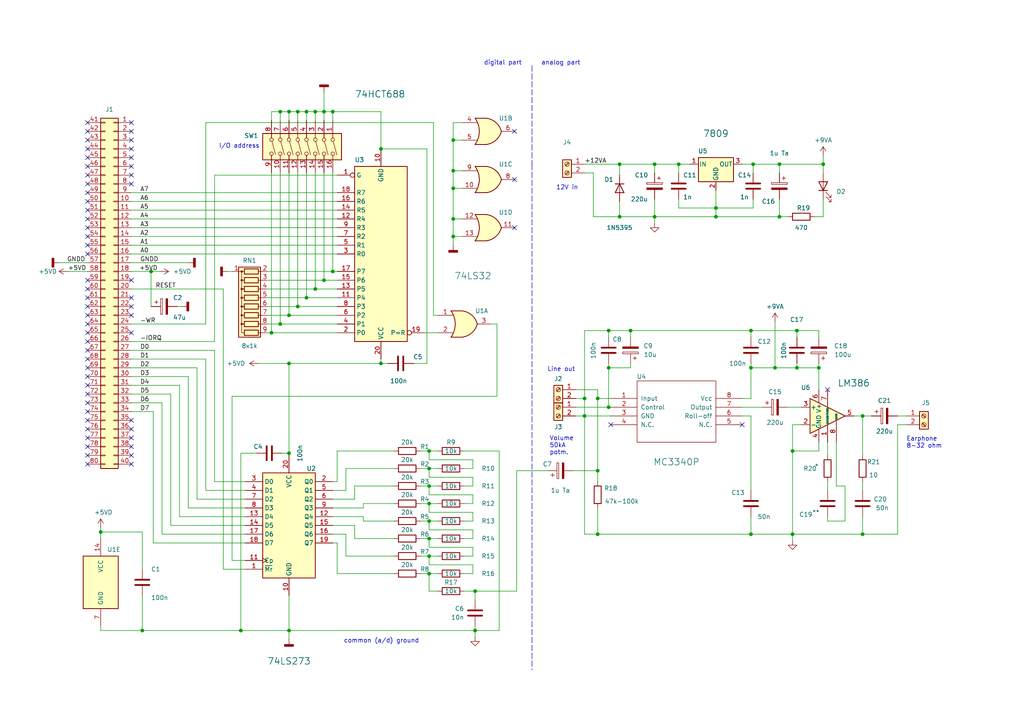
<source format=kicad_sch>
(kicad_sch (version 20211123) (generator eeschema)
  (paper "A4")
  (title_block (title "PCOX - COVOX module") (date "2025-12-27") (rev "1.0") (company "Pozsar Zsolt") (comment 1 "Zacchaeus Microcomputer"))
  (junction (at 229.87 130.81))
  (junction (at 189.865 47.625))
  (junction (at 78.74 96.52))
  (junction (at 207.645 62.865))
  (junction (at 131.445 49.53))
  (junction (at 81.28 32.385))
  (junction (at 137.795 182.88))
  (junction (at 176.53 106.68))
  (junction (at 224.79 106.68))
  (junction (at 110.49 105.41))
  (junction (at 93.98 32.385))
  (junction (at 189.865 62.865))
  (junction (at 250.19 154.94))
  (junction (at 96.52 32.385))
  (junction (at 96.52 78.74))
  (junction (at 124.46 161.29))
  (junction (at 83.82 105.41))
  (junction (at 217.805 95.885))
  (junction (at 131.445 63.5))
  (junction (at 86.36 88.9))
  (junction (at 231.14 95.885))
  (junction (at 43.815 78.74))
  (junction (at 179.705 62.865))
  (junction (at 173.355 136.525))
  (junction (at 69.85 182.88))
  (junction (at 237.49 106.68))
  (junction (at 238.76 47.625))
  (junction (at 81.28 93.98))
  (junction (at 88.9 86.36))
  (junction (at 86.36 32.385))
  (junction (at 110.49 43.18))
  (junction (at 226.06 47.625))
  (junction (at 124.46 140.97))
  (junction (at 88.9 32.385))
  (junction (at 131.445 54.61))
  (junction (at 173.355 115.57))
  (junction (at 169.545 115.57))
  (junction (at 182.88 95.885))
  (junction (at 124.46 130.81))
  (junction (at 217.805 154.94))
  (junction (at 124.46 146.05))
  (junction (at 176.53 118.11))
  (junction (at 83.82 131.445))
  (junction (at 218.44 47.625))
  (junction (at 91.44 32.385))
  (junction (at 250.19 120.65))
  (junction (at 196.85 47.625))
  (junction (at 131.445 40.64))
  (junction (at 93.98 81.28))
  (junction (at 83.82 32.385))
  (junction (at 173.355 154.94))
  (junction (at 176.53 95.885))
  (junction (at 124.46 151.13))
  (junction (at 124.46 135.89))
  (junction (at 124.46 156.21))
  (junction (at 179.705 47.625))
  (junction (at 83.82 91.44))
  (junction (at 169.545 120.65))
  (junction (at 124.46 166.37))
  (junction (at 229.87 154.94))
  (junction (at 41.275 182.88))
  (junction (at 91.44 83.82))
  (junction (at 207.645 60.325))
  (junction (at 131.445 68.58))
  (junction (at 137.795 171.45))
  (junction (at 231.14 106.68))
  (junction (at 226.06 62.865))
  (junction (at 29.21 154.305))
  (junction (at 217.805 106.68))
  (junction (at 83.82 182.88))
  (no_connect (at 25.4 88.9))
  (no_connect (at 149.225 52.07))
  (no_connect (at 25.4 127))
  (no_connect (at 25.4 55.88))
  (no_connect (at 25.4 81.28))
  (no_connect (at 38.1 48.26))
  (no_connect (at 177.165 123.19))
  (no_connect (at 25.4 104.14))
  (no_connect (at 38.1 96.52))
  (no_connect (at 240.03 113.03))
  (no_connect (at 25.4 134.62))
  (no_connect (at 38.1 124.46))
  (no_connect (at 25.4 124.46))
  (no_connect (at 25.4 129.54))
  (no_connect (at 25.4 119.38))
  (no_connect (at 38.1 53.34))
  (no_connect (at 25.4 40.64))
  (no_connect (at 25.4 116.84))
  (no_connect (at 25.4 83.82))
  (no_connect (at 25.4 114.3))
  (no_connect (at 38.1 40.64))
  (no_connect (at 25.4 38.1))
  (no_connect (at 38.1 43.18))
  (no_connect (at 25.4 63.5))
  (no_connect (at 38.1 134.62))
  (no_connect (at 25.4 50.8))
  (no_connect (at 38.1 129.54))
  (no_connect (at 25.4 60.96))
  (no_connect (at 25.4 86.36))
  (no_connect (at 149.225 38.1))
  (no_connect (at 25.4 68.58))
  (no_connect (at 25.4 96.52))
  (no_connect (at 38.1 35.56))
  (no_connect (at 149.225 66.04))
  (no_connect (at 25.4 111.76))
  (no_connect (at 38.1 86.36))
  (no_connect (at 25.4 45.72))
  (no_connect (at 25.4 58.42))
  (no_connect (at 25.4 109.22))
  (no_connect (at 38.1 91.44))
  (no_connect (at 25.4 132.08))
  (no_connect (at 25.4 121.92))
  (no_connect (at 38.1 127))
  (no_connect (at 25.4 43.18))
  (no_connect (at 215.265 123.19))
  (no_connect (at 38.1 38.1))
  (no_connect (at 25.4 106.68))
  (no_connect (at 25.4 101.6))
  (no_connect (at 38.1 88.9))
  (no_connect (at 25.4 53.34))
  (no_connect (at 25.4 99.06))
  (no_connect (at 25.4 73.66))
  (no_connect (at 38.1 45.72))
  (no_connect (at 25.4 35.56))
  (no_connect (at 38.1 81.28))
  (no_connect (at 38.1 132.08))
  (no_connect (at 25.4 91.44))
  (no_connect (at 38.1 50.8))
  (no_connect (at 25.4 71.12))
  (no_connect (at 25.4 93.98))
  (no_connect (at 25.4 66.04))
  (no_connect (at 25.4 48.26))
  (no_connect (at 38.1 121.92))
  (wire (pts (xy 137.16 133.35) (xy 137.16 135.89)))
  (wire (pts (xy 124.46 130.81) (xy 124.46 133.35)))
  (wire (pts (xy 229.87 123.19) (xy 229.87 130.81)))
  (wire (pts (xy 133.985 35.56) (xy 131.445 35.56)))
  (wire (pts (xy 38.1 93.98) (xy 59.69 93.98)))
  (wire (pts (xy 124.46 140.97) (xy 124.46 143.51)))
  (wire (pts (xy 250.19 139.7) (xy 250.19 142.24)))
  (wire (pts (xy 134.62 166.37) (xy 137.16 166.37)))
  (wire (pts (xy 81.28 93.98) (xy 97.79 93.98)))
  (wire (pts (xy 124.46 148.59) (xy 137.16 148.59)))
  (wire (pts (xy 38.1 109.22) (xy 54.61 109.22)))
  (wire (pts (xy 96.52 147.32) (xy 105.41 147.32)))
  (wire (pts (xy 38.1 106.68) (xy 57.15 106.68)))
  (wire (pts (xy 54.61 109.22) (xy 54.61 147.32)))
  (wire (pts (xy 97.79 166.37) (xy 114.3 166.37)))
  (wire (pts (xy 137.16 143.51) (xy 137.16 146.05)))
  (wire (pts (xy 217.805 154.94) (xy 217.805 149.86)))
  (wire (pts (xy 38.1 73.66) (xy 97.79 73.66)))
  (wire (pts (xy 69.85 131.445) (xy 74.295 131.445)))
  (wire (pts (xy 77.47 83.82) (xy 91.44 83.82)))
  (wire (pts (xy 176.53 95.885) (xy 176.53 97.79)))
  (wire (pts (xy 124.46 130.81) (xy 127 130.81)))
  (wire (pts (xy 217.805 154.94) (xy 229.87 154.94)))
  (wire (pts (xy 49.53 114.3) (xy 49.53 152.4)))
  (wire (pts (xy 173.355 154.94) (xy 217.805 154.94)))
  (wire (pts (xy 173.355 136.525) (xy 173.355 139.7)))
  (wire (pts (xy 96.52 152.4) (xy 102.87 152.4)))
  (wire (pts (xy 102.87 140.97) (xy 114.3 140.97)))
  (wire (pts (xy 176.53 95.885) (xy 182.88 95.885)))
  (wire (pts (xy 83.82 91.44) (xy 97.79 91.44)))
  (wire (pts (xy 250.19 154.94) (xy 229.87 154.94)))
  (wire (pts (xy 169.545 95.885) (xy 176.53 95.885)))
  (wire (pts (xy 229.87 154.94) (xy 229.87 156.845)))
  (wire (pts (xy 131.445 68.58) (xy 133.985 68.58)))
  (wire (pts (xy 237.49 97.79) (xy 237.49 95.885)))
  (wire (pts (xy 97.79 139.7) (xy 97.79 130.81)))
  (wire (pts (xy 41.275 182.88) (xy 29.21 182.88)))
  (wire (pts (xy 260.35 120.65) (xy 262.89 120.65)))
  (wire (pts (xy 71.12 154.94) (xy 46.99 154.94)))
  (wire (pts (xy 110.49 32.385) (xy 96.52 32.385)))
  (wire (pts (xy 100.33 142.24) (xy 100.33 135.89)))
  (wire (pts (xy 217.805 120.65) (xy 217.805 142.24)))
  (wire (pts (xy 59.69 104.14) (xy 38.1 104.14)))
  (wire (pts (xy 131.445 63.5) (xy 133.985 63.5)))
  (wire (pts (xy 105.41 149.86) (xy 105.41 151.13)))
  (wire (pts (xy 217.805 95.885) (xy 217.805 97.79)))
  (wire (pts (xy 38.1 55.88) (xy 97.79 55.88)))
  (wire (pts (xy 78.74 32.385) (xy 78.74 34.925)))
  (wire (pts (xy 179.705 58.42) (xy 179.705 62.865)))
  (wire (pts (xy 169.545 115.57) (xy 169.545 120.65)))
  (wire (pts (xy 137.795 171.45) (xy 137.795 173.99)))
  (wire (pts (xy 71.12 149.86) (xy 52.07 149.86)))
  (wire (pts (xy 229.87 130.81) (xy 237.49 130.81)))
  (wire (pts (xy 131.445 49.53) (xy 133.985 49.53)))
  (wire (pts (xy 67.31 114.935) (xy 144.145 114.935)))
  (wire (pts (xy 240.03 128.27) (xy 240.03 132.08)))
  (wire (pts (xy 57.15 144.78) (xy 71.12 144.78)))
  (wire (pts (xy 96.52 32.385) (xy 93.98 32.385)))
  (wire (pts (xy 238.76 62.865) (xy 238.76 57.785)))
  (wire (pts (xy 123.19 96.52) (xy 127 96.52)))
  (wire (pts (xy 77.47 88.9) (xy 86.36 88.9)))
  (wire (pts (xy 124.46 151.13) (xy 124.46 153.67)))
  (wire (pts (xy 134.62 156.21) (xy 137.16 156.21)))
  (wire (pts (xy 124.46 161.29) (xy 124.46 163.83)))
  (wire (pts (xy 182.88 95.885) (xy 217.805 95.885)))
  (wire (pts (xy 196.85 47.625) (xy 200.025 47.625)))
  (wire (pts (xy 215.265 47.625) (xy 218.44 47.625)))
  (wire (pts (xy 237.49 130.81) (xy 237.49 128.27)))
  (wire (pts (xy 167.005 115.57) (xy 169.545 115.57)))
  (wire (pts (xy 78.74 96.52) (xy 97.79 96.52)))
  (wire (pts (xy 231.14 95.885) (xy 231.14 97.79)))
  (wire (pts (xy 215.265 118.11) (xy 220.98 118.11)))
  (wire (pts (xy 226.06 47.625) (xy 226.06 50.165)))
  (wire (pts (xy 173.355 147.32) (xy 173.355 154.94)))
  (wire (pts (xy 240.03 139.7) (xy 240.03 142.24)))
  (wire (pts (xy 131.445 54.61) (xy 131.445 63.5)))
  (wire (pts (xy 176.53 118.11) (xy 177.165 118.11)))
  (wire (pts (xy 62.23 50.8) (xy 97.79 50.8)))
  (wire (pts (xy 59.69 93.98) (xy 59.69 35.56)))
  (wire (pts (xy 124.46 146.05) (xy 127 146.05)))
  (wire (pts (xy 110.49 105.41) (xy 112.395 105.41)))
  (wire (pts (xy 77.47 96.52) (xy 78.74 96.52)))
  (wire (pts (xy 224.79 106.68) (xy 231.14 106.68)))
  (wire (pts (xy 83.82 172.72) (xy 83.82 182.88)))
  (wire (pts (xy 41.275 154.305) (xy 41.275 165.1)))
  (wire (pts (xy 83.82 182.88) (xy 137.795 182.88)))
  (wire (pts (xy 144.78 130.81) (xy 144.78 182.88)))
  (wire (pts (xy 189.865 47.625) (xy 189.865 50.165)))
  (wire (pts (xy 83.82 105.41) (xy 83.82 131.445)))
  (wire (pts (xy 179.705 47.625) (xy 179.705 50.8)))
  (wire (pts (xy 86.36 88.9) (xy 97.79 88.9)))
  (wire (pts (xy 81.915 131.445) (xy 83.82 131.445)))
  (wire (pts (xy 260.35 123.19) (xy 260.35 154.94)))
  (wire (pts (xy 172.085 62.865) (xy 179.705 62.865)))
  (wire (pts (xy 217.805 106.68) (xy 217.805 115.57)))
  (wire (pts (xy 105.41 151.13) (xy 114.3 151.13)))
  (wire (pts (xy 102.87 152.4) (xy 102.87 156.21)))
  (wire (pts (xy 59.69 142.24) (xy 59.69 104.14)))
  (wire (pts (xy 38.1 119.38) (xy 44.45 119.38)))
  (wire (pts (xy 93.98 81.28) (xy 93.98 50.165)))
  (wire (pts (xy 137.16 163.83) (xy 137.16 166.37)))
  (wire (pts (xy 71.12 142.24) (xy 59.69 142.24)))
  (wire (pts (xy 172.085 62.865) (xy 172.085 50.165)))
  (wire (pts (xy 57.15 106.68) (xy 57.15 144.78)))
  (wire (pts (xy 242.57 128.27) (xy 242.57 140.97)))
  (wire (pts (xy 88.9 86.36) (xy 88.9 50.165)))
  (wire (pts (xy 189.865 47.625) (xy 196.85 47.625)))
  (wire (pts (xy 102.87 156.21) (xy 114.3 156.21)))
  (wire (pts (xy 83.82 34.925) (xy 83.82 32.385)))
  (wire (pts (xy 142.24 93.98) (xy 144.145 93.98)))
  (wire (pts (xy 167.005 118.11) (xy 176.53 118.11)))
  (wire (pts (xy 78.74 96.52) (xy 78.74 50.165)))
  (wire (pts (xy 215.265 120.65) (xy 217.805 120.65)))
  (wire (pts (xy 217.805 95.885) (xy 231.14 95.885)))
  (wire (pts (xy 179.705 47.625) (xy 189.865 47.625)))
  (wire (pts (xy 77.47 93.98) (xy 81.28 93.98)))
  (wire (pts (xy 69.85 182.88) (xy 41.275 182.88)))
  (wire (pts (xy 93.98 81.28) (xy 97.79 81.28)))
  (wire (pts (xy 179.705 62.865) (xy 189.865 62.865)))
  (wire (pts (xy 177.165 120.65) (xy 169.545 120.65)))
  (wire (pts (xy 173.355 113.03) (xy 173.355 115.57)))
  (wire (pts (xy 96.52 78.74) (xy 97.79 78.74)))
  (wire (pts (xy 91.44 32.385) (xy 88.9 32.385)))
  (wire (pts (xy 38.1 63.5) (xy 97.79 63.5)))
  (wire (pts (xy 245.11 140.97) (xy 245.11 151.13)))
  (wire (pts (xy 124.46 161.29) (xy 127 161.29)))
  (wire (pts (xy 86.36 32.385) (xy 83.82 32.385)))
  (wire (pts (xy 38.1 66.04) (xy 97.79 66.04)))
  (wire (pts (xy 38.1 58.42) (xy 97.79 58.42)))
  (wire (pts (xy 207.645 55.245) (xy 207.645 60.325)))
  (wire (pts (xy 166.37 136.525) (xy 173.355 136.525)))
  (wire (pts (xy 124.46 166.37) (xy 124.46 171.45)))
  (wire (pts (xy 124.46 143.51) (xy 137.16 143.51)))
  (wire (pts (xy 137.795 182.88) (xy 137.795 184.785)))
  (wire (pts (xy 196.85 57.785) (xy 196.85 60.325)))
  (wire (pts (xy 38.1 68.58) (xy 97.79 68.58)))
  (wire (pts (xy 237.49 106.68) (xy 237.49 105.41)))
  (wire (pts (xy 121.92 146.05) (xy 124.46 146.05)))
  (wire (pts (xy 88.9 86.36) (xy 97.79 86.36)))
  (wire (pts (xy 93.98 34.925) (xy 93.98 32.385)))
  (wire (pts (xy 81.28 93.98) (xy 81.28 50.165)))
  (wire (pts (xy 81.28 32.385) (xy 78.74 32.385)))
  (wire (pts (xy 224.79 93.345) (xy 224.79 106.68)))
  (wire (pts (xy 196.85 47.625) (xy 196.85 50.165)))
  (wire (pts (xy 231.14 106.68) (xy 237.49 106.68)))
  (wire (pts (xy 182.88 106.68) (xy 182.88 105.41)))
  (wire (pts (xy 102.87 144.78) (xy 102.87 140.97)))
  (wire (pts (xy 121.92 130.81) (xy 124.46 130.81)))
  (wire (pts (xy 29.21 182.88) (xy 29.21 181.61)))
  (wire (pts (xy 83.82 131.445) (xy 83.82 132.08)))
  (wire (pts (xy 134.62 135.89) (xy 137.16 135.89)))
  (wire (pts (xy 96.52 34.925) (xy 96.52 32.385)))
  (wire (pts (xy 96.52 154.94) (xy 100.33 154.94)))
  (wire (pts (xy 134.62 146.05) (xy 137.16 146.05)))
  (wire (pts (xy 83.82 182.88) (xy 83.82 185.42)))
  (wire (pts (xy 173.355 115.57) (xy 173.355 136.525)))
  (wire (pts (xy 144.145 93.98) (xy 144.145 114.935)))
  (wire (pts (xy 77.47 86.36) (xy 88.9 86.36)))
  (wire (pts (xy 182.88 97.79) (xy 182.88 95.885)))
  (wire (pts (xy 105.41 146.05) (xy 114.3 146.05)))
  (wire (pts (xy 43.815 78.74) (xy 43.815 88.9)))
  (wire (pts (xy 124.46 156.21) (xy 127 156.21)))
  (wire (pts (xy 238.76 47.625) (xy 238.76 50.165)))
  (wire (pts (xy 59.69 35.56) (xy 125.73 35.56)))
  (wire (pts (xy 29.21 154.305) (xy 29.21 156.21)))
  (wire (pts (xy 52.07 111.76) (xy 38.1 111.76)))
  (wire (pts (xy 218.44 60.325) (xy 218.44 57.785)))
  (wire (pts (xy 247.65 120.65) (xy 250.19 120.65)))
  (wire (pts (xy 236.22 62.865) (xy 238.76 62.865)))
  (wire (pts (xy 134.62 171.45) (xy 137.795 171.45)))
  (wire (pts (xy 217.805 106.68) (xy 224.79 106.68)))
  (wire (pts (xy 137.16 158.75) (xy 137.16 161.29)))
  (wire (pts (xy 91.44 34.925) (xy 91.44 32.385)))
  (wire (pts (xy 124.46 156.21) (xy 124.46 158.75)))
  (wire (pts (xy 41.275 172.72) (xy 41.275 182.88)))
  (wire (pts (xy 237.49 106.68) (xy 237.49 113.03)))
  (wire (pts (xy 38.1 99.06) (xy 62.23 99.06)))
  (wire (pts (xy 77.47 78.74) (xy 96.52 78.74)))
  (wire (pts (xy 245.11 151.13) (xy 240.03 151.13)))
  (wire (pts (xy 240.03 151.13) (xy 240.03 149.86)))
  (wire (pts (xy 124.46 171.45) (xy 127 171.45)))
  (wire (pts (xy 74.93 105.41) (xy 83.82 105.41)))
  (wire (pts (xy 250.19 149.86) (xy 250.19 154.94)))
  (wire (pts (xy 121.92 166.37) (xy 124.46 166.37)))
  (wire (pts (xy 137.795 182.88) (xy 137.795 181.61)))
  (wire (pts (xy 124.46 153.67) (xy 137.16 153.67)))
  (wire (pts (xy 86.36 34.925) (xy 86.36 32.385)))
  (wire (pts (xy 46.99 154.94) (xy 46.99 116.84)))
  (wire (pts (xy 77.47 91.44) (xy 83.82 91.44)))
  (wire (pts (xy 131.445 40.64) (xy 131.445 49.53)))
  (wire (pts (xy 44.45 119.38) (xy 44.45 157.48)))
  (wire (pts (xy 217.805 105.41) (xy 217.805 106.68)))
  (wire (pts (xy 173.355 115.57) (xy 177.165 115.57)))
  (wire (pts (xy 172.085 50.165) (xy 169.545 50.165)))
  (wire (pts (xy 62.23 139.7) (xy 71.12 139.7)))
  (wire (pts (xy 169.545 115.57) (xy 169.545 95.885)))
  (wire (pts (xy 176.53 106.68) (xy 176.53 118.11)))
  (wire (pts (xy 124.46 158.75) (xy 137.16 158.75)))
  (wire (pts (xy 96.52 157.48) (xy 97.79 157.48)))
  (wire (pts (xy 121.92 140.97) (xy 124.46 140.97)))
  (wire (pts (xy 131.445 54.61) (xy 133.985 54.61)))
  (wire (pts (xy 131.445 63.5) (xy 131.445 68.58)))
  (wire (pts (xy 110.49 104.14) (xy 110.49 105.41)))
  (wire (pts (xy 52.705 88.9) (xy 51.435 88.9)))
  (wire (pts (xy 189.865 62.865) (xy 207.645 62.865)))
  (wire (pts (xy 226.06 47.625) (xy 238.76 47.625)))
  (wire (pts (xy 262.89 123.19) (xy 260.35 123.19)))
  (wire (pts (xy 134.62 130.81) (xy 144.78 130.81)))
  (wire (pts (xy 167.005 113.03) (xy 173.355 113.03)))
  (wire (pts (xy 86.36 88.9) (xy 86.36 50.165)))
  (wire (pts (xy 176.53 106.68) (xy 176.53 105.41)))
  (wire (pts (xy 64.77 83.82) (xy 38.1 83.82)))
  (wire (pts (xy 218.44 47.625) (xy 226.06 47.625)))
  (wire (pts (xy 231.14 95.885) (xy 237.49 95.885)))
  (wire (pts (xy 149.86 136.525) (xy 149.86 171.45)))
  (wire (pts (xy 29.21 153.035) (xy 29.21 154.305)))
  (wire (pts (xy 196.85 60.325) (xy 207.645 60.325)))
  (wire (pts (xy 123.825 105.41) (xy 123.825 43.18)))
  (wire (pts (xy 44.45 157.48) (xy 71.12 157.48)))
  (wire (pts (xy 124.46 163.83) (xy 137.16 163.83)))
  (wire (pts (xy 260.35 154.94) (xy 250.19 154.94)))
  (wire (pts (xy 91.44 83.82) (xy 97.79 83.82)))
  (wire (pts (xy 176.53 106.68) (xy 182.88 106.68)))
  (wire (pts (xy 93.98 32.385) (xy 91.44 32.385)))
  (wire (pts (xy 96.52 142.24) (xy 100.33 142.24)))
  (wire (pts (xy 25.4 76.2) (xy 17.145 76.2)))
  (wire (pts (xy 38.1 76.2) (xy 54.61 76.2)))
  (wire (pts (xy 77.47 81.28) (xy 93.98 81.28)))
  (wire (pts (xy 54.61 147.32) (xy 71.12 147.32)))
  (wire (pts (xy 218.44 47.625) (xy 218.44 50.165)))
  (wire (pts (xy 38.1 101.6) (xy 62.23 101.6)))
  (wire (pts (xy 67.31 162.56) (xy 67.31 114.935)))
  (wire (pts (xy 121.92 151.13) (xy 124.46 151.13)))
  (wire (pts (xy 69.85 131.445) (xy 69.85 182.88)))
  (wire (pts (xy 124.46 140.97) (xy 127 140.97)))
  (wire (pts (xy 229.87 154.94) (xy 229.87 130.81)))
  (wire (pts (xy 131.445 40.64) (xy 133.985 40.64)))
  (wire (pts (xy 62.23 99.06) (xy 62.23 50.8)))
  (wire (pts (xy 83.82 91.44) (xy 83.82 50.165)))
  (wire (pts (xy 124.46 146.05) (xy 124.46 148.59)))
  (wire (pts (xy 125.73 91.44) (xy 127 91.44)))
  (wire (pts (xy 29.21 154.305) (xy 41.275 154.305)))
  (wire (pts (xy 149.86 171.45) (xy 137.795 171.45)))
  (wire (pts (xy 69.85 182.88) (xy 83.82 182.88)))
  (wire (pts (xy 83.82 32.385) (xy 81.28 32.385)))
  (wire (pts (xy 105.41 147.32) (xy 105.41 146.05)))
  (wire (pts (xy 124.46 138.43) (xy 137.16 138.43)))
  (wire (pts (xy 121.92 156.21) (xy 124.46 156.21)))
  (wire (pts (xy 207.645 60.325) (xy 207.645 62.865)))
  (wire (pts (xy 232.41 123.19) (xy 229.87 123.19)))
  (wire (pts (xy 124.46 133.35) (xy 137.16 133.35)))
  (wire (pts (xy 110.49 32.385) (xy 110.49 43.18)))
  (polyline (pts (xy 154.305 47.625) (xy 154.305 194.31)))
  (wire (pts (xy 137.16 138.43) (xy 137.16 140.97)))
  (wire (pts (xy 49.53 152.4) (xy 71.12 152.4)))
  (wire (pts (xy 81.28 34.925) (xy 81.28 32.385)))
  (wire (pts (xy 121.92 161.29) (xy 124.46 161.29)))
  (wire (pts (xy 137.16 153.67) (xy 137.16 156.21)))
  (wire (pts (xy 114.3 161.29) (xy 100.33 161.29)))
  (wire (pts (xy 124.46 166.37) (xy 127 166.37)))
  (wire (pts (xy 64.77 165.1) (xy 64.77 83.82)))
  (wire (pts (xy 38.1 114.3) (xy 49.53 114.3)))
  (wire (pts (xy 131.445 68.58) (xy 131.445 71.12)))
  (wire (pts (xy 52.07 149.86) (xy 52.07 111.76)))
  (wire (pts (xy 62.23 101.6) (xy 62.23 139.7)))
  (wire (pts (xy 91.44 83.82) (xy 91.44 50.165)))
  (wire (pts (xy 137.16 151.13) (xy 134.62 151.13)))
  (wire (pts (xy 124.46 135.89) (xy 127 135.89)))
  (wire (pts (xy 120.015 105.41) (xy 123.825 105.41)))
  (wire (pts (xy 66.04 78.74) (xy 67.31 78.74)))
  (wire (pts (xy 242.57 140.97) (xy 245.11 140.97)))
  (wire (pts (xy 238.76 45.085) (xy 238.76 47.625)))
  (wire (pts (xy 100.33 135.89) (xy 114.3 135.89)))
  (wire (pts (xy 88.9 32.385) (xy 86.36 32.385)))
  (wire (pts (xy 167.005 120.65) (xy 169.545 120.65)))
  (wire (pts (xy 137.16 140.97) (xy 134.62 140.97)))
  (polyline (pts (xy 154.305 19.05) (xy 154.305 47.625)))
  (wire (pts (xy 189.865 57.785) (xy 189.865 62.865)))
  (wire (pts (xy 67.31 162.56) (xy 71.12 162.56)))
  (wire (pts (xy 215.265 115.57) (xy 217.805 115.57)))
  (wire (pts (xy 121.92 135.89) (xy 124.46 135.89)))
  (wire (pts (xy 207.645 60.325) (xy 218.44 60.325)))
  (wire (pts (xy 228.6 118.11) (xy 232.41 118.11)))
  (wire (pts (xy 125.73 35.56) (xy 125.73 91.44)))
  (wire (pts (xy 97.79 130.81) (xy 114.3 130.81)))
  (wire (pts (xy 96.52 149.86) (xy 105.41 149.86)))
  (wire (pts (xy 250.19 120.65) (xy 252.73 120.65)))
  (wire (pts (xy 124.46 151.13) (xy 127 151.13)))
  (wire (pts (xy 43.815 78.74) (xy 46.355 78.74)))
  (wire (pts (xy 131.445 35.56) (xy 131.445 40.64)))
  (wire (pts (xy 100.33 161.29) (xy 100.33 154.94)))
  (wire (pts (xy 169.545 120.65) (xy 169.545 154.94)))
  (wire (pts (xy 97.79 157.48) (xy 97.79 166.37)))
  (wire (pts (xy 88.9 34.925) (xy 88.9 32.385)))
  (wire (pts (xy 38.1 78.74) (xy 43.815 78.74)))
  (wire (pts (xy 19.685 78.74) (xy 25.4 78.74)))
  (wire (pts (xy 231.14 105.41) (xy 231.14 106.68)))
  (wire (pts (xy 46.99 116.84) (xy 38.1 116.84)))
  (wire (pts (xy 38.1 71.12) (xy 97.79 71.12)))
  (wire (pts (xy 250.19 120.65) (xy 250.19 132.08)))
  (wire (pts (xy 226.06 62.865) (xy 228.6 62.865)))
  (wire (pts (xy 131.445 49.53) (xy 131.445 54.61)))
  (wire (pts (xy 96.52 78.74) (xy 96.52 50.165)))
  (wire (pts (xy 38.1 60.96) (xy 97.79 60.96)))
  (wire (pts (xy 169.545 154.94) (xy 173.355 154.94)))
  (wire (pts (xy 96.52 144.78) (xy 102.87 144.78)))
  (wire (pts (xy 207.645 62.865) (xy 226.06 62.865)))
  (wire (pts (xy 124.46 135.89) (xy 124.46 138.43)))
  (wire (pts (xy 169.545 47.625) (xy 179.705 47.625)))
  (wire (pts (xy 83.82 105.41) (xy 110.49 105.41)))
  (wire (pts (xy 93.98 32.385) (xy 93.98 26.67)))
  (wire (pts (xy 226.06 57.785) (xy 226.06 62.865)))
  (wire (pts (xy 158.75 136.525) (xy 149.86 136.525)))
  (wire (pts (xy 96.52 139.7) (xy 97.79 139.7)))
  (wire (pts (xy 137.16 161.29) (xy 134.62 161.29)))
  (wire (pts (xy 64.77 165.1) (xy 71.12 165.1)))
  (wire (pts (xy 123.825 43.18) (xy 110.49 43.18)))
  (wire (pts (xy 137.16 148.59) (xy 137.16 151.13)))
  (wire (pts (xy 189.865 62.865) (xy 189.865 64.77)))
  (wire (pts (xy 137.795 182.88) (xy 144.78 182.88)))
  (text "Volume\n50kA\npotm." (at 159.385 132.08 0) (effects (font (size 1.27 1.27)) (justify left bottom)))
  (text "digital part      analog part" (at 140.335 19.05 0) (effects (font (size 1.27 1.27)) (justify left bottom)))
  (text "Line out" (at 158.75 107.95 0) (effects (font (size 1.27 1.27)) (justify left bottom)))
  (text "Earphone\n8-32 ohm" (at 262.89 130.175 0) (effects (font (size 1.27 1.27)) (justify left bottom)))
  (text "12V in" (at 161.29 55.245 0) (effects (font (size 1.27 1.27)) (justify left bottom)))
  (text "I/O address" (at 63.5 43.18 0) (effects (font (size 1.27 1.27)) (justify left bottom)))
  (text "common (a/d) ground" (at 99.695 186.69 0) (effects (font (size 1.27 1.27)) (justify left bottom)))
  (label "+5VD" (at 45.72 78.74 180))
  (label "D1" (at 40.64 104.14 0))
  (label "D5" (at 40.64 114.3 0))
  (label "A5" (at 40.64 60.96 0))
  (label "A2" (at 40.64 68.58 0))
  (label "A4" (at 40.64 63.5 0))
  (label "-IORQ" (at 40.64 99.06 0))
  (label "A7" (at 40.64 55.88 0))
  (label "D0" (at 40.64 101.6 0))
  (label "D2" (at 40.64 106.68 0))
  (label "A3" (at 40.64 66.04 0))
  (label "-WR" (at 40.64 93.98 0))
  (label "GNDD" (at 24.765 76.2 180))
  (label "A1" (at 40.64 71.12 0))
  (label "A0" (at 40.64 73.66 0))
  (label "D7" (at 40.64 119.38 0))
  (label "+12VA" (at 169.545 47.625 0))
  (label "D3" (at 40.64 109.22 0))
  (label "+5VD" (at 19.685 78.74 0))
  (label "D4" (at 40.64 111.76 0))
  (label "GNDD" (at 40.64 76.2 0))
  (label "D6" (at 40.64 116.84 0))
  (label "A6" (at 40.64 58.42 0))
  (label "RESET" (at 45.085 83.82 0))
  (symbol (lib_id "Device:R") (at 130.81 140.97 90) (unit 1)
    (property "Reference" "R11" (at 141.605 140.97 90))
    (property "Value" "10k" (at 130.81 140.97 90))
    (property "Footprint" "Resistor_THT:R_Axial_DIN0207_L6.3mm_D2.5mm_P2.54mm_Vertical" (effects hide))
  )
  (symbol (lib_id "Device:C") (at 41.275 168.91 0) (unit 1)
    (property "Reference" "C1" (at 43.815 165.1 0) (effects (justify left)))
    (property "Value" "100n" (at 43.815 173.355 0) (effects (justify left)))
    (property "Footprint" "Capacitor_THT:C_Disc_D5.0mm_W2.5mm_P5.00mm" (effects hide))
  )
  (symbol (lib_id "Device:C_Polarized") (at 182.88 101.6 180) (unit 1)
    (property "Reference" "C9" (at 187.96 100.33 0))
    (property "Value" "10u" (at 188.595 102.87 0))
    (property "Footprint" "Capacitor_THT:CP_Radial_D5.0mm_P2.50mm" (effects hide))
  )
  (symbol (lib_id "power:GNDD") (at 54.61 76.2 90) (unit 1)
    (property "Reference" "#PWR04" (effects hide))
    (property "Value" "GNDD" (effects hide))
  )
  (symbol (lib_id "Device:C_Polarized") (at 224.79 118.11 90) (mirror x) (unit 1)
    (property "Reference" "C15" (at 224.79 113.665 90))
    (property "Value" "220u" (at 224.79 122.555 90))
    (property "Footprint" "Capacitor_THT:CP_Radial_D8.0mm_P3.80mm" (effects hide))
  )
  (symbol (lib_id "74xx:74LS32") (at 141.605 38.1 0) (unit 2)
    (property "Reference" "U1" (at 146.685 34.29 0))
    (property "Value" "74LS32" (effects hide))
    (property "Footprint" "Package_DIP:DIP-14_W7.62mm_Socket_LongPads" (effects hide))
    (property "Datasheet" "http://www.ti.com/lit/gpn/sn74LS32" (effects hide))
  )
  (symbol (lib_id "74xx:74LS32") (at 141.605 52.07 0) (unit 3)
    (property "Reference" "U1" (at 146.685 47.625 0))
    (property "Value" "74LS32" (effects hide))
    (property "Footprint" "Package_DIP:DIP-14_W7.62mm_Socket_LongPads" (effects hide))
    (property "Datasheet" "http://www.ti.com/lit/gpn/sn74LS32" (effects hide))
  )
  (symbol (lib_id "Device:R") (at 118.11 140.97 270) (mirror x) (unit 1)
    (property "Reference" "R3" (at 123.19 139.7 90))
    (property "Value" "20k" (at 118.11 138.43 90))
    (property "Footprint" "Resistor_THT:R_Axial_DIN0207_L6.3mm_D2.5mm_P2.54mm_Vertical" (effects hide))
  )
  (symbol (lib_id "power:GNDD") (at 17.145 76.2 270) (mirror x) (unit 1)
    (property "Reference" "#PWR0101" (effects hide))
    (property "Value" "GNDD" (effects hide))
  )
  (symbol (lib_id "Device:C_Polarized") (at 256.54 120.65 90) (mirror x) (unit 1)
    (property "Reference" "C21" (at 256.54 116.205 90))
    (property "Value" "220u" (at 256.54 125.095 90))
    (property "Footprint" "Capacitor_THT:CP_Radial_D8.0mm_P3.80mm" (effects hide))
  )
  (symbol (lib_id "Device:C_Polarized") (at 237.49 101.6 180) (unit 1)
    (property "Reference" "C18" (at 243.84 100.33 0))
    (property "Value" "100u" (at 244.475 102.87 0))
    (property "Footprint" "Capacitor_THT:CP_Radial_D8.0mm_P3.80mm" (effects hide))
  )
  (symbol (lib_id "Amplifier_Audio:LM386") (at 240.03 120.65 0) (unit 1)
    (property "Reference" "U6" (at 233.68 112.395 0))
    (property "Value" "LM386" (at 247.65 111.125 0) (effects (font (size 1.905 1.905))))
    (property "Footprint" "Package_DIP:DIP-8_W7.62mm_Socket_LongPads" (effects hide))
    (property "Datasheet" "http://www.ti.com/lit/ds/symlink/lm386.pdf" (effects hide))
  )
  (symbol (lib_id "Device:R") (at 130.81 151.13 90) (unit 1)
    (property "Reference" "R13" (at 141.605 151.13 90))
    (property "Value" "10k" (at 130.81 151.13 90))
    (property "Footprint" "Resistor_THT:R_Axial_DIN0207_L6.3mm_D2.5mm_P2.54mm_Vertical" (effects hide))
  )
  (symbol (lib_id "Device:R") (at 118.11 166.37 270) (mirror x) (unit 1)
    (property "Reference" "R8" (at 123.19 165.1 90))
    (property "Value" "20k" (at 118.11 163.83 90))
    (property "Footprint" "Resistor_THT:R_Axial_DIN0207_L6.3mm_D2.5mm_P2.54mm_Vertical" (effects hide))
  )
  (symbol (lib_id "power:+9VA") (at 238.76 45.085 0) (unit 1)
    (property "Reference" "#PWR014" (effects hide))
    (property "Value" "+9VA" (at 238.76 40.64 0))
  )
  (symbol (lib_id "Device:R") (at 130.81 130.81 90) (unit 1)
    (property "Reference" "R9" (at 130.81 128.27 90))
    (property "Value" "10k" (at 130.81 130.81 90))
    (property "Footprint" "Resistor_THT:R_Axial_DIN0207_L6.3mm_D2.5mm_P2.54mm_Vertical" (effects hide))
  )
  (symbol (lib_id "Device:R") (at 118.11 156.21 270) (mirror x) (unit 1)
    (property "Reference" "R6" (at 123.19 154.94 90))
    (property "Value" "20k" (at 118.11 153.67 90))
    (property "Footprint" "Resistor_THT:R_Axial_DIN0207_L6.3mm_D2.5mm_P2.54mm_Vertical" (effects hide))
  )
  (symbol (lib_id "power:GNDA") (at 137.795 184.785 0) (unit 1)
    (property "Reference" "#PWR010" (effects hide))
    (property "Value" "GNDA" (effects hide))
  )
  (symbol (lib_id "power:GNDD") (at 66.04 78.74 270) (unit 1)
    (property "Reference" "#PWR05" (effects hide))
    (property "Value" "GNDD" (effects hide))
  )
  (symbol (lib_id "74xx:74LS32") (at 141.605 66.04 0) (unit 4)
    (property "Reference" "U1" (at 146.685 61.595 0))
    (property "Value" "74LS32" (effects hide))
    (property "Footprint" "Package_DIP:DIP-14_W7.62mm_Socket_LongPads" (effects hide))
    (property "Datasheet" "http://www.ti.com/lit/gpn/sn74LS32" (effects hide))
  )
  (symbol (lib_id "Device:R") (at 130.81 156.21 90) (unit 1)
    (property "Reference" "R14" (at 141.605 156.21 90))
    (property "Value" "10k" (at 130.81 156.21 90))
    (property "Footprint" "Resistor_THT:R_Axial_DIN0207_L6.3mm_D2.5mm_P2.54mm_Vertical" (effects hide))
  )
  (symbol (lib_id "Device:R") (at 130.81 146.05 90) (unit 1)
    (property "Reference" "R12" (at 141.605 146.05 90))
    (property "Value" "10k" (at 130.81 146.05 90))
    (property "Footprint" "Resistor_THT:R_Axial_DIN0207_L6.3mm_D2.5mm_P2.54mm_Vertical" (effects hide))
  )
  (symbol (lib_id "Switch:SW_DIP_x08") (at 86.36 42.545 270) (unit 1)
    (property "Reference" "SW1" (at 74.93 39.37 90) (effects (justify right)))
    (property "Value" "SW_DIP_x08" (effects hide))
    (property "Footprint" "Package_DIP:DIP-16_W7.62mm_LongPads" (effects hide))
  )
  (symbol (lib_id "power:+5VD") (at 29.21 153.035 0) (unit 1)
    (property "Reference" "#PWR01" (effects hide))
    (property "Value" "+5VD" (at 27.305 148.59 0) (effects (justify left)))
  )
  (symbol (lib_id "Device:R") (at 118.11 135.89 270) (mirror x) (unit 1)
    (property "Reference" "R2" (at 123.19 134.62 90))
    (property "Value" "20k" (at 118.11 133.35 90))
    (property "Footprint" "Resistor_THT:R_Axial_DIN0207_L6.3mm_D2.5mm_P2.54mm_Vertical" (effects hide))
  )
  (symbol (lib_id "Device:R") (at 130.81 135.89 90) (unit 1)
    (property "Reference" "R10" (at 141.605 135.89 90))
    (property "Value" "10k" (at 130.81 135.89 90))
    (property "Footprint" "Resistor_THT:R_Axial_DIN0207_L6.3mm_D2.5mm_P2.54mm_Vertical" (effects hide))
  )
  (symbol (lib_id "Device:C") (at 116.205 105.41 90) (unit 1)
    (property "Reference" "C5" (at 122.555 103.505 90) (effects (justify left)))
    (property "Value" "100n" (at 118.11 110.49 90) (effects (justify left)))
    (property "Footprint" "Capacitor_THT:C_Disc_D5.0mm_W2.5mm_P5.00mm" (effects hide))
  )
  (symbol (lib_id "power:+9VA") (at 224.79 93.345 0) (unit 1)
    (property "Reference" "#PWR012" (effects hide))
    (property "Value" "+9VA" (at 224.79 88.9 0))
  )
  (symbol (lib_id "power:GNDD") (at 52.705 88.9 90) (unit 1)
    (property "Reference" "#PWR03" (effects hide))
    (property "Value" "GNDD" (effects hide))
  )
  (symbol (lib_id "74xx:74LS32") (at 134.62 93.98 0) (unit 1)
    (property "Reference" "U1" (at 139.7 90.17 0))
    (property "Value" "74LS32" (at 137.16 80.01 0) (effects (font (size 1.905 1.905))))
    (property "Footprint" "Package_DIP:DIP-14_W7.62mm_Socket_LongPads" (effects hide))
    (property "Datasheet" "http://www.ti.com/lit/gpn/sn74LS32" (effects hide))
  )
  (symbol (lib_id "Connector:Screw_Terminal_01x02") (at 161.925 118.11 0) (mirror y) (unit 1)
    (property "Reference" "J3" (at 161.925 123.825 0))
    (property "Value" "Screw_Terminal_01x02" (effects hide))
    (property "Footprint" "TerminalBlock:TerminalBlock_bornier-2_P5.08mm" (effects hide))
  )
  (symbol (lib_id "74xx:74HCT688") (at 110.49 73.66 0) (mirror x) (unit 1)
    (property "Reference" "U3" (at 102.87 46.355 0) (effects (justify left)))
    (property "Value" "74HCT688" (at 102.87 27.305 0) (effects (font (size 1.905 1.905)) (justify left)))
    (property "Footprint" "Package_DIP:DIP-20_W7.62mm_Socket_LongPads" (effects hide))
    (property "Datasheet" "https://www.ti.com/lit/ds/symlink/cd54hc688.pdf" (effects hide))
  )
  (symbol (lib_id "Connector:Screw_Terminal_01x02") (at 267.97 120.65 0) (unit 1)
    (property "Reference" "J5" (at 267.335 116.84 0) (effects (justify left)))
    (property "Value" "Screw_Terminal_01x02" (effects hide))
    (property "Footprint" "TerminalBlock:TerminalBlock_bornier-2_P5.08mm" (effects hide))
  )
  (symbol (lib_id "Device:C") (at 217.805 101.6 0) (mirror x) (unit 1)
    (property "Reference" "C12" (at 219.71 99.06 0) (effects (justify left)))
    (property "Value" "100n" (at 211.455 105.41 0) (effects (justify left)))
    (property "Footprint" "Capacitor_THT:C_Disc_D5.0mm_W2.5mm_P5.00mm" (effects hide))
  )
  (symbol (lib_id "Connector:Screw_Terminal_01x02") (at 164.465 47.625 0) (mirror y) (unit 1)
    (property "Reference" "J4" (at 164.465 41.275 0))
    (property "Value" "Screw_Terminal_01x02" (effects hide))
    (property "Footprint" "TerminalBlock:TerminalBlock_bornier-2_P5.08mm" (effects hide))
  )
  (symbol (lib_id "Connector:Screw_Terminal_01x02") (at 161.925 113.03 0) (mirror y) (unit 1)
    (property "Reference" "J2" (at 161.925 109.855 0))
    (property "Value" "Screw_Terminal_01x02" (effects hide))
    (property "Footprint" "TerminalBlock:TerminalBlock_bornier-2_P5.08mm" (effects hide))
  )
  (symbol (lib_id "power:+5VD") (at 46.355 78.74 270) (unit 1)
    (property "Reference" "#PWR02" (effects hide))
    (property "Value" "+5VD" (at 50.165 78.7399 90) (effects (justify left)))
  )
  (symbol (lib_id "power:GNDD") (at 83.82 185.42 0) (mirror y) (unit 1)
    (property "Reference" "#PWR07" (effects hide))
    (property "Value" "GNDD" (effects hide))
  )
  (symbol (lib_id "Device:LED") (at 238.76 53.975 90) (unit 1)
    (property "Reference" "D2" (at 242.57 55.5624 90) (effects (justify right)))
    (property "Value" "LED" (effects hide))
    (property "Footprint" "LED_THT:LED_Rectangular_W5.0mm_H2.0mm_Horizontal_O1.27mm_Z1.0mm" (effects hide))
  )
  (symbol (lib_id "power:GNDA") (at 229.87 156.845 0) (unit 1)
    (property "Reference" "#PWR013" (effects hide))
    (property "Value" "GNDA" (effects hide))
  )
  (symbol (lib_id "power:+5VD") (at 74.93 105.41 90) (unit 1)
    (property "Reference" "#PWR06" (effects hide))
    (property "Value" "+5VD" (at 71.12 105.41 90) (effects (justify left)))
  )
  (symbol (lib_id "Device:C") (at 137.795 177.8 0) (mirror x) (unit 1)
    (property "Reference" "C6" (at 134.62 176.5299 0) (effects (justify right)))
    (property "Value" "10n" (at 134.62 179.0699 0) (effects (justify right)))
    (property "Footprint" "Capacitor_THT:C_Disc_D5.0mm_W2.5mm_P5.00mm" (effects hide))
  )
  (symbol (lib_id "Device:C_Polarized") (at 162.56 136.525 90) (unit 1)
    (property "Reference" "C7" (at 158.75 134.62 90))
    (property "Value" "1u Ta" (at 162.56 142.24 90))
    (property "Footprint" "Capacitor_THT:CP_Radial_Tantal_D5.0mm_P2.50mm" (effects hide))
  )
  (symbol (lib_id "Device:C_Polarized") (at 226.06 53.975 0) (mirror y) (unit 1)
    (property "Reference" "C16" (at 222.885 58.42 0))
    (property "Value" "1u Ta" (at 226.06 44.45 0))
    (property "Footprint" "Capacitor_THT:CP_Radial_Tantal_D5.0mm_P2.50mm" (effects hide))
  )
  (symbol (lib_id "Device:C") (at 240.03 146.05 0) (unit 1)
    (property "Reference" "C19" (at 231.775 149.225 0) (effects (justify left)))
    (property "Value" "**" (at 235.585 148.59 0) (effects (justify left)))
    (property "Footprint" "Capacitor_THT:C_Disc_D5.0mm_W2.5mm_P5.00mm" (effects hide))
  )
  (symbol (lib_id "Device:D") (at 179.705 54.61 270) (unit 1)
    (property "Reference" "D1" (at 175.26 52.07 90) (effects (justify left)))
    (property "Value" "1N5395" (at 175.895 66.04 90) (effects (justify left)))
    (property "Footprint" "Diode_THT:D_DO-15_P5.08mm_Vertical_KathodeUp" (effects hide))
  )
  (symbol (lib_id "Device:C") (at 218.44 53.975 0) (unit 1)
    (property "Reference" "C14" (at 213.995 50.8 0) (effects (justify left)))
    (property "Value" "1n" (at 214.63 57.15 0) (effects (justify left)))
    (property "Footprint" "Capacitor_THT:C_Disc_D5.0mm_W2.5mm_P5.00mm" (effects hide))
  )
  (symbol (lib_id "Device:R") (at 173.355 143.51 180) (unit 1)
    (property "Reference" "R18" (at 177.165 141.605 0))
    (property "Value" "47k-100k" (at 180.34 145.415 0))
    (property "Footprint" "Resistor_THT:R_Axial_DIN0207_L6.3mm_D2.5mm_P2.54mm_Vertical" (effects hide))
  )
  (symbol (lib_id "power:+5VD") (at 19.685 78.74 90) (mirror x) (unit 1)
    (property "Reference" "#PWR0102" (effects hide))
    (property "Value" "+5VD" (at 16.51 78.74 90) (effects (justify left)))
  )
  (symbol (lib_id "Connector_Generic:Conn_02x40_Top_Bottom") (at 33.02 83.82 0) (mirror y) (unit 1)
    (property "Reference" "J1" (at 31.75 31.75 0))
    (property "Value" "Conn_02x40_Top_Bottom" (effects hide))
    (property "Footprint" "pinhead:PinHeader_2x40_P2.54mm_Vertical_Top_Bottom" (effects hide))
  )
  (symbol (lib_id "Device:C") (at 196.85 53.975 0) (unit 1)
    (property "Reference" "C11" (at 198.12 50.8 0) (effects (justify left)))
    (property "Value" "1n" (at 198.12 57.15 0) (effects (justify left)))
    (property "Footprint" "Capacitor_THT:C_Disc_D5.0mm_W2.5mm_P5.00mm" (effects hide))
  )
  (symbol (lib_id "Device:C_Polarized") (at 189.865 53.975 0) (mirror y) (unit 1)
    (property "Reference" "C10" (at 186.055 50.8 0))
    (property "Value" "220u" (at 185.42 57.785 0))
    (property "Footprint" "Capacitor_THT:CP_Radial_D8.0mm_P3.80mm" (effects hide))
  )
  (symbol (lib_id "Device:C") (at 217.805 146.05 0) (unit 1)
    (property "Reference" "C13" (at 212.09 142.875 0) (effects (justify left)))
    (property "Value" "50n" (at 219.71 149.86 0) (effects (justify left)))
    (property "Footprint" "Capacitor_THT:C_Disc_D5.0mm_W2.5mm_P5.00mm" (effects hide))
  )
  (symbol (lib_id "Device:R") (at 232.41 62.865 90) (unit 1)
    (property "Reference" "R19" (at 233.045 60.325 90))
    (property "Value" "470" (at 232.41 66.04 90))
    (property "Footprint" "Resistor_THT:R_Axial_DIN0207_L6.3mm_D2.5mm_P2.54mm_Vertical" (effects hide))
  )
  (symbol (lib_id "Device:R") (at 118.11 161.29 270) (mirror x) (unit 1)
    (property "Reference" "R7" (at 123.19 160.02 90))
    (property "Value" "20k" (at 118.11 158.75 90))
    (property "Footprint" "Resistor_THT:R_Axial_DIN0207_L6.3mm_D2.5mm_P2.54mm_Vertical" (effects hide))
  )
  (symbol (lib_id "Device:R_Network08") (at 72.39 88.9 90) (mirror x) (unit 1)
    (property "Reference" "RN1" (at 72.39 75.565 90))
    (property "Value" "8x1k" (at 72.39 100.33 90))
    (property "Footprint" "Resistor_THT:R_Array_SIP9" (effects hide))
    (property "Datasheet" "http://www.vishay.com/docs/31509/csc.pdf" (effects hide))
  )
  (symbol (lib_id "Device:C") (at 78.105 131.445 90) (unit 1)
    (property "Reference" "C4" (at 76.2 129.54 90) (effects (justify left)))
    (property "Value" "100n" (at 86.995 133.985 0) (effects (justify left)))
    (property "Footprint" "Capacitor_THT:C_Disc_D5.0mm_W2.5mm_P5.00mm" (effects hide))
  )
  (symbol (lib_id "Device:R") (at 250.19 135.89 180) (unit 1)
    (property "Reference" "R21" (at 253.365 133.985 0))
    (property "Value" "10" (at 253.365 137.795 0))
    (property "Footprint" "Resistor_THT:R_Axial_DIN0207_L6.3mm_D2.5mm_P2.54mm_Vertical" (effects hide))
  )
  (symbol (lib_id "Regulator_Linear:L7809") (at 207.645 47.625 0) (unit 1)
    (property "Reference" "U5" (at 203.835 43.815 0))
    (property "Value" "7809" (at 207.645 38.735 0) (effects (font (size 1.905 1.905))))
    (property "Footprint" "Package_TO_SOT_THT:TO-220-3_Horizontal_TabDown" (effects hide))
    (property "Datasheet" "http://www.st.com/content/ccc/resource/technical/document/datasheet/41/4f/b3/b0/12/d4/47/88/CD00000444.pdf/files/CD00000444.pdf/jcr:content/translations/en.CD00000444.pdf" (effects hide))
  )
  (symbol (lib_id "Device:R") (at 130.81 166.37 90) (unit 1)
    (property "Reference" "R16" (at 141.605 166.37 90))
    (property "Value" "10k" (at 130.81 166.37 90))
    (property "Footprint" "Resistor_THT:R_Axial_DIN0207_L6.3mm_D2.5mm_P2.54mm_Vertical" (effects hide))
  )
  (symbol (lib_id "74xx:74LS32") (at 29.21 168.91 0) (unit 5)
    (property "Reference" "U1" (at 33.02 159.385 0))
    (property "Value" "74LS32" (effects hide))
    (property "Footprint" "Package_DIP:DIP-14_W7.62mm_Socket_LongPads" (effects hide))
    (property "Datasheet" "http://www.ti.com/lit/gpn/sn74LS32" (effects hide))
  )
  (symbol (lib_id "Device:C") (at 231.14 101.6 0) (mirror y) (unit 1)
    (property "Reference" "C17" (at 233.045 92.71 0) (effects (justify left)))
    (property "Value" "100n" (at 227.33 104.14 90) (effects (justify left)))
    (property "Footprint" "Capacitor_THT:C_Disc_D5.0mm_W2.5mm_P5.00mm" (effects hide))
  )
  (symbol (lib_id "power:GNDA") (at 189.865 64.77 0) (unit 1)
    (property "Reference" "#PWR011" (effects hide))
    (property "Value" "GNDA" (effects hide))
  )
  (symbol (lib_id "Device:R") (at 130.81 161.29 90) (unit 1)
    (property "Reference" "R15" (at 141.605 161.29 90))
    (property "Value" "10k" (at 130.81 161.29 90))
    (property "Footprint" "Resistor_THT:R_Axial_DIN0207_L6.3mm_D2.5mm_P2.54mm_Vertical" (effects hide))
  )
  (symbol (lib_id "Device:R") (at 118.11 151.13 270) (mirror x) (unit 1)
    (property "Reference" "R5" (at 123.19 149.86 90))
    (property "Value" "20k" (at 118.11 148.59 90))
    (property "Footprint" "Resistor_THT:R_Axial_DIN0207_L6.3mm_D2.5mm_P2.54mm_Vertical" (effects hide))
  )
  (symbol (lib_id "Device:C") (at 176.53 101.6 0) (mirror y) (unit 1)
    (property "Reference" "C8" (at 180.34 98.425 0) (effects (justify left)))
    (property "Value" "100n" (at 172.085 104.14 90) (effects (justify left)))
    (property "Footprint" "Capacitor_THT:C_Disc_D5.0mm_W2.5mm_P5.00mm" (effects hide))
  )
  (symbol (lib_id "MC3340P:MC3340P") (at 196.215 119.38 0) (unit 1)
    (property "Reference" "U4" (at 186.055 109.22 0))
    (property "Value" "MC3340P" (at 196.215 133.985 0) (effects (font (size 1.905 1.905))))
    (property "Footprint" "Package_DIP:DIP-8_W7.62mm_Socket_LongPads" (effects hide))
    (property "Datasheet" "DOCUMENTATION" (effects hide))
  )
  (symbol (lib_id "power:GNDD") (at 93.98 26.67 0) (mirror x) (unit 1)
    (property "Reference" "#PWR08" (effects hide))
    (property "Value" "GNDD" (effects hide))
  )
  (symbol (lib_id "Device:R") (at 130.81 171.45 90) (unit 1)
    (property "Reference" "R17" (at 130.81 168.91 90))
    (property "Value" "10k" (at 130.81 171.45 90))
    (property "Footprint" "Resistor_THT:R_Axial_DIN0207_L6.3mm_D2.5mm_P2.54mm_Vertical" (effects hide))
  )
  (symbol (lib_id "Device:R") (at 240.03 135.89 180) (unit 1)
    (property "Reference" "R20" (at 234.95 135.89 0))
    (property "Value" "*" (at 236.855 135.255 0))
    (property "Footprint" "Resistor_THT:R_Axial_DIN0207_L6.3mm_D2.5mm_P2.54mm_Vertical" (effects hide))
  )
  (symbol (lib_id "Device:C_Polarized") (at 47.625 88.9 90) (mirror x) (unit 1)
    (property "Reference" "C2" (at 50.165 86.36 90) (effects (justify right)))
    (property "Value" "47u" (at 50.165 92.075 90) (effects (justify right)))
    (property "Footprint" "Capacitor_THT:CP_Radial_D8.0mm_P3.80mm" (effects hide))
  )
  (symbol (lib_id "power:GNDD") (at 131.445 71.12 0) (unit 1)
    (property "Reference" "#PWR09" (effects hide))
    (property "Value" "GNDD" (effects hide))
  )
  (symbol (lib_id "Device:R") (at 118.11 130.81 270) (mirror x) (unit 1)
    (property "Reference" "R1" (at 123.19 129.54 90))
    (property "Value" "20k" (at 118.11 128.27 90))
    (property "Footprint" "Resistor_THT:R_Axial_DIN0207_L6.3mm_D2.5mm_P2.54mm_Vertical" (effects hide))
  )
  (symbol (lib_id "Device:R") (at 118.11 146.05 270) (mirror x) (unit 1)
    (property "Reference" "R4" (at 123.19 144.78 90))
    (property "Value" "20k" (at 118.11 143.51 90))
    (property "Footprint" "Resistor_THT:R_Axial_DIN0207_L6.3mm_D2.5mm_P2.54mm_Vertical" (effects hide))
  )
  (symbol (lib_id "74xx:74LS273") (at 83.82 152.4 0) (unit 1)
    (property "Reference" "U2" (at 88.9 135.89 0) (effects (justify left)))
    (property "Value" "74LS273" (at 77.47 191.77 0) (effects (font (size 1.905 1.905)) (justify left)))
    (property "Footprint" "Package_DIP:DIP-20_W7.62mm_Socket_LongPads" (effects hide))
    (property "Datasheet" "http://www.ti.com/lit/gpn/sn74LS273" (effects hide))
  )
  (symbol (lib_id "Device:C") (at 250.19 146.05 0) (unit 1)
    (property "Reference" "C20" (at 253.365 144.78 0) (effects (justify left)))
    (property "Value" "50n" (at 254 147.32 0) (effects (justify left)))
    (property "Footprint" "Capacitor_THT:C_Disc_D5.0mm_W2.5mm_P5.00mm" (effects hide))
  )
)
</source>
